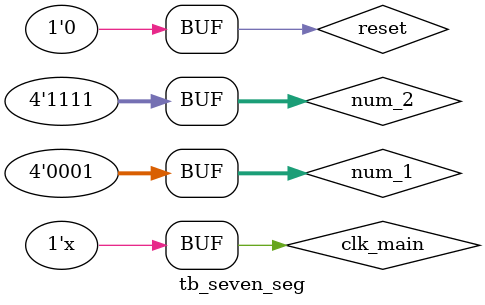
<source format=v>
`timescale 1ns / 1ps


module tb_seven_seg;

	// Inputs
	reg [3:0] num_1;
	reg [3:0] num_2;
	reg clk_main;
	reg reset;

	// Outputs
	wire [7:0] sev_seg_leds;
	wire [5:0] led_disable;
	wire [1:0] led_enable;

	// Instantiate the Unit Under Test (UUT)
	sev_seg_with_clk_top uut (
		.num_1(num_1), 
		.num_2(num_2), 
		.clk_main(clk_main), 
		.reset(reset), 
		.sev_seg_leds(sev_seg_leds), 
		.led_disable(led_disable), 
		.led_enable(led_enable)
	);

	initial begin
		// Initialize Inputs
		num_1 = 0;
		num_2 = 0;
		clk_main = 0;
		reset = 0;

		// Wait 100 ns for global reset to finish
		#100;
        
		// Add stimulus here
		
		reset = 1;
		
		#25;
		reset = 0;
		
		#25;
		num_1 = 8;
		num_2 = 3;
		
		#140;
		num_1 = 1;
		num_2 = 15;
		
	end
      
	always 
	  #5 clk_main = ~clk_main;
	
endmodule


</source>
